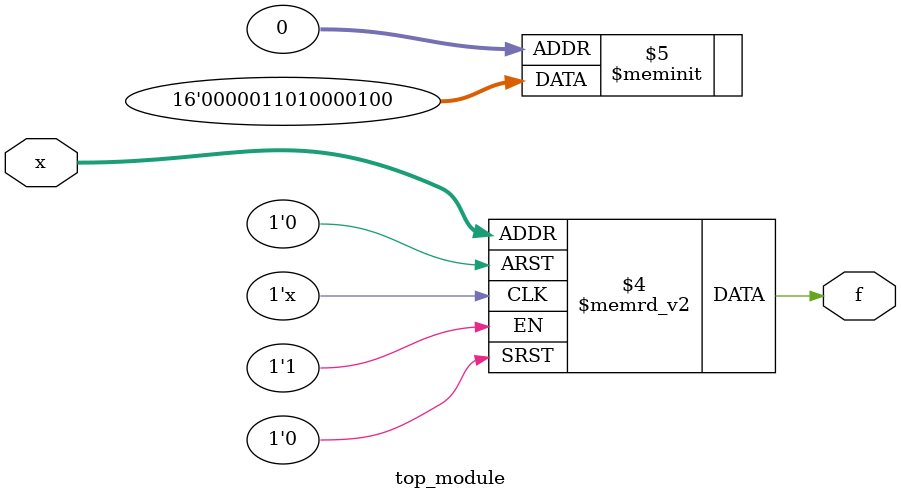
<source format=sv>
module top_module (
    input [4:1] x,
    output logic f
);

always_comb begin
    case (x)
        4'b0010: f = 1;
        4'b0101: f = 0;
        4'b0110: f = 0;
        4'b0111: f = 1;
        4'b1001: f = 1;
        4'b1010: f = 1;
        4'b1011: f = 0;
        4'b1110: f = 0;
        default: f = 0;
    endcase
end
endmodule

</source>
